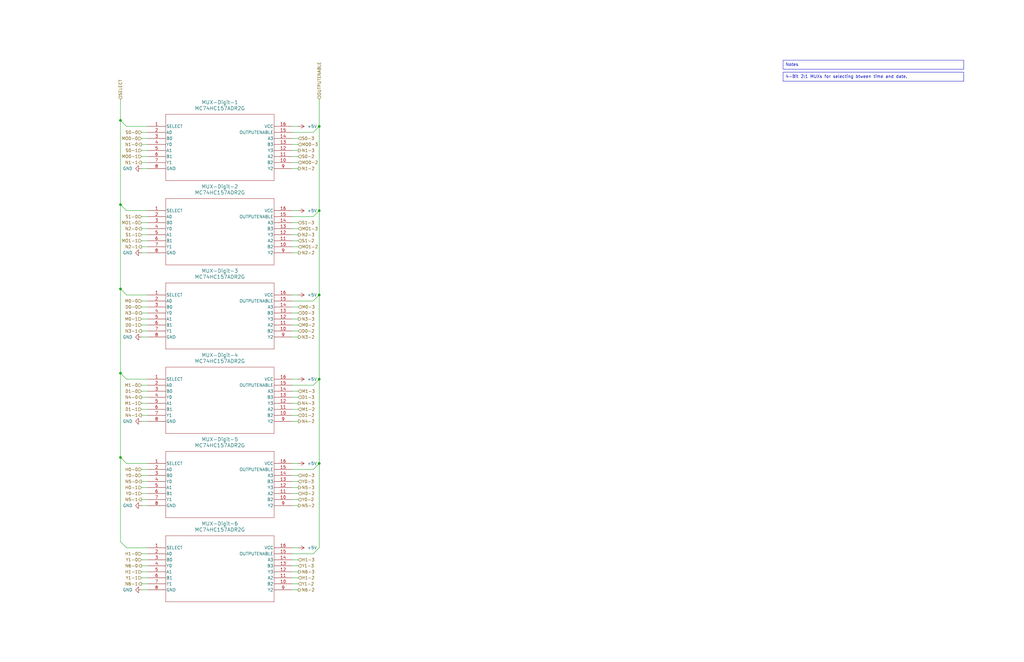
<source format=kicad_sch>
(kicad_sch (version 20250114) (generator "eeschema") (generator_version "9.0")
  (paper "B")
  (title_block (title "Time & Date Swap") (date "2025-11-05") (rev "1"))
  (lib_symbols
    (symbol "MC74HC157ADR2G:MC74HC157ADR2G" (pin_names (offset 0.254))
      (property "Reference" "U" (at 30.48 10.16 0))
      (property "Value" "MC74HC157ADR2G" (at 30.48 7.62 0))
      (symbol "MC74HC157ADR2G_0_1"
        (polyline (pts (xy 7.62 5.08) (xy 7.62 -22.86)) (stroke (width 0.127)))
        (polyline (pts (xy 7.62 -22.86) (xy 53.34 -22.86)) (stroke (width 0.127)))
        (polyline (pts (xy 53.34 5.08) (xy 7.62 5.08)) (stroke (width 0.127)))
        (polyline (pts (xy 53.34 -22.86) (xy 53.34 5.08)) (stroke (width 0.127)))
        (pin input line (at 0 0 0) (length 7.62) (name "SELECT") (number "1"))
        (pin input line (at 0 -2.54 0) (length 7.62) (name "A0") (number "2"))
        (pin input line (at 0 -5.08 0) (length 7.62) (name "B0") (number "3"))
        (pin output line (at 0 -7.62 0) (length 7.62) (name "Y0") (number "4"))
        (pin input line (at 0 -10.16 0) (length 7.62) (name "A1") (number "5"))
        (pin input line (at 0 -12.7 0) (length 7.62) (name "B1") (number "6"))
        (pin output line (at 0 -15.24 0) (length 7.62) (name "Y1") (number "7"))
        (pin power_in line (at 0 -17.78 0) (length 7.62) (name "GND") (number "8"))
        (pin power_in line (at 60.96 0 180) (length 7.62) (name "VCC") (number "16"))
        (pin output line (at 60.96 -2.54 180) (length 7.62) (name "OUTPUTENABLE") (number "15"))
        (pin input line (at 60.96 -5.08 180) (length 7.62) (name "A3") (number "14"))
        (pin input line (at 60.96 -7.62 180) (length 7.62) (name "B3") (number "13"))
        (pin output line (at 60.96 -10.16 180) (length 7.62) (name "Y3") (number "12"))
        (pin input line (at 60.96 -12.7 180) (length 7.62) (name "A2") (number "11"))
        (pin input line (at 60.96 -15.24 180) (length 7.62) (name "B2") (number "10"))
        (pin output line (at 60.96 -17.78 180) (length 7.62) (name "Y2") (number "9"))
      )
    )
    (symbol "power:+5V" (power) (pin_numbers (hide yes)) (pin_names (offset 0) (hide yes))
      (property "Value" "+5V" (at 0 3.556 0))
      (symbol "+5V_0_1"
        (polyline (pts (xy -0.762 1.27) (xy 0 2.54)))
        (polyline (pts (xy 0 2.54) (xy 0.762 1.27)))
        (polyline (pts (xy 0 0) (xy 0 2.54)))
      )
      (symbol "+5V_1_1"
        (pin power_in line (at 0 0 90) (length 0) (name "~") (number "1"))
      )
    )
    (symbol "power:GND" (power) (pin_numbers (hide yes)) (pin_names (offset 0) (hide yes))
      (property "Value" "GND" (at 0 -3.81 0))
      (symbol "GND_0_1"
        (polyline (pts (xy 0 0) (xy 0 -1.27) (xy 1.27 -1.27) (xy 0 -2.54) (xy -1.27 -1.27) (xy 0 -1.27)))
      )
      (symbol "GND_1_1"
        (pin power_in line (at 0 0 270) (length 0) (name "~") (number "1"))
      )
    )
  )
  (rectangle (start 330.2 25.4) (end 406.4 29.21))
  (rectangle (start 330.2 30.48) (end 406.4 34.29))
  (text "Notes" (at 331.216 27.432 0) (effects (font (size 1.27 1.27)) (justify left)))
  (text "4-Bit 2:1 MUXs for selecting btween time and date." (at 331.216 31.75 0) (effects (font (size 1.27 1.27)) (justify left top)))
  (junction (at 134.62 53.34))
  (junction (at 50.8 121.92))
  (junction (at 134.62 160.02))
  (junction (at 50.8 193.04))
  (junction (at 134.62 88.9))
  (junction (at 134.62 124.46))
  (junction (at 50.8 157.48))
  (junction (at 50.8 50.8))
  (junction (at 50.8 86.36))
  (junction (at 134.62 195.58))
  (wire (pts (xy 125.73 137.16) (xy 123.19 137.16)))
  (wire (pts (xy 59.69 236.22) (xy 62.23 236.22)))
  (wire (pts (xy 125.73 129.54) (xy 123.19 129.54)))
  (wire (pts (xy 59.69 142.24) (xy 62.23 142.24)))
  (wire (pts (xy 50.8 157.48) (xy 50.8 193.04)))
  (wire (pts (xy 59.69 200.66) (xy 62.23 200.66)))
  (wire (pts (xy 132.08 162.56) (xy 134.62 160.02)))
  (wire (pts (xy 125.73 96.52) (xy 123.19 96.52)))
  (wire (pts (xy 59.69 175.26) (xy 62.23 175.26)))
  (wire (pts (xy 59.69 93.98) (xy 62.23 93.98)))
  (wire (pts (xy 59.69 170.18) (xy 62.23 170.18)))
  (wire (pts (xy 59.69 58.42) (xy 62.23 58.42)))
  (wire (pts (xy 50.8 41.91) (xy 50.8 50.8)))
  (wire (pts (xy 59.69 172.72) (xy 62.23 172.72)))
  (wire (pts (xy 59.69 127) (xy 62.23 127)))
  (wire (pts (xy 59.69 106.68) (xy 62.23 106.68)))
  (wire (pts (xy 59.69 203.2) (xy 62.23 203.2)))
  (wire (pts (xy 59.69 238.76) (xy 62.23 238.76)))
  (wire (pts (xy 125.73 142.24) (xy 123.19 142.24)))
  (wire (pts (xy 132.08 127) (xy 134.62 124.46)))
  (wire (pts (xy 125.73 200.66) (xy 123.19 200.66)))
  (wire (pts (xy 62.23 231.14) (xy 53.34 231.14)))
  (wire (pts (xy 125.73 160.02) (xy 123.19 160.02)))
  (wire (pts (xy 125.73 248.92) (xy 123.19 248.92)))
  (wire (pts (xy 59.69 129.54) (xy 62.23 129.54)))
  (wire (pts (xy 123.19 233.68) (xy 132.08 233.68)))
  (wire (pts (xy 134.62 160.02) (xy 134.62 195.58)))
  (wire (pts (xy 125.73 66.04) (xy 123.19 66.04)))
  (wire (pts (xy 125.73 243.84) (xy 123.19 243.84)))
  (wire (pts (xy 50.8 50.8) (xy 50.8 86.36)))
  (wire (pts (xy 53.34 88.9) (xy 50.8 86.36)))
  (wire (pts (xy 123.19 55.88) (xy 132.08 55.88)))
  (wire (pts (xy 125.73 58.42) (xy 123.19 58.42)))
  (wire (pts (xy 125.73 63.5) (xy 123.19 63.5)))
  (wire (pts (xy 132.08 233.68) (xy 134.62 231.14)))
  (wire (pts (xy 125.73 93.98) (xy 123.19 93.98)))
  (wire (pts (xy 125.73 53.34) (xy 123.19 53.34)))
  (wire (pts (xy 134.62 41.91) (xy 134.62 53.34)))
  (wire (pts (xy 59.69 99.06) (xy 62.23 99.06)))
  (wire (pts (xy 125.73 172.72) (xy 123.19 172.72)))
  (wire (pts (xy 53.34 124.46) (xy 50.8 121.92)))
  (wire (pts (xy 123.19 198.12) (xy 132.08 198.12)))
  (wire (pts (xy 59.69 104.14) (xy 62.23 104.14)))
  (wire (pts (xy 53.34 231.14) (xy 50.8 228.6)))
  (wire (pts (xy 59.69 213.36) (xy 62.23 213.36)))
  (wire (pts (xy 125.73 71.12) (xy 123.19 71.12)))
  (wire (pts (xy 59.69 243.84) (xy 62.23 243.84)))
  (wire (pts (xy 59.69 165.1) (xy 62.23 165.1)))
  (wire (pts (xy 125.73 236.22) (xy 123.19 236.22)))
  (wire (pts (xy 59.69 139.7) (xy 62.23 139.7)))
  (wire (pts (xy 125.73 99.06) (xy 123.19 99.06)))
  (wire (pts (xy 59.69 241.3) (xy 62.23 241.3)))
  (wire (pts (xy 125.73 106.68) (xy 123.19 106.68)))
  (wire (pts (xy 59.69 101.6) (xy 62.23 101.6)))
  (wire (pts (xy 59.69 55.88) (xy 62.23 55.88)))
  (wire (pts (xy 123.19 162.56) (xy 132.08 162.56)))
  (wire (pts (xy 53.34 195.58) (xy 50.8 193.04)))
  (wire (pts (xy 59.69 177.8) (xy 62.23 177.8)))
  (wire (pts (xy 125.73 208.28) (xy 123.19 208.28)))
  (wire (pts (xy 50.8 121.92) (xy 50.8 157.48)))
  (wire (pts (xy 125.73 195.58) (xy 123.19 195.58)))
  (wire (pts (xy 125.73 231.14) (xy 123.19 231.14)))
  (wire (pts (xy 134.62 53.34) (xy 134.62 88.9)))
  (wire (pts (xy 125.73 246.38) (xy 123.19 246.38)))
  (wire (pts (xy 50.8 86.36) (xy 50.8 121.92)))
  (wire (pts (xy 123.19 91.44) (xy 132.08 91.44)))
  (wire (pts (xy 59.69 233.68) (xy 62.23 233.68)))
  (wire (pts (xy 125.73 132.08) (xy 123.19 132.08)))
  (wire (pts (xy 62.23 124.46) (xy 53.34 124.46)))
  (wire (pts (xy 125.73 238.76) (xy 123.19 238.76)))
  (wire (pts (xy 50.8 193.04) (xy 50.8 228.6)))
  (wire (pts (xy 62.23 160.02) (xy 53.34 160.02)))
  (wire (pts (xy 59.69 66.04) (xy 62.23 66.04)))
  (wire (pts (xy 125.73 165.1) (xy 123.19 165.1)))
  (wire (pts (xy 132.08 55.88) (xy 134.62 53.34)))
  (wire (pts (xy 125.73 104.14) (xy 123.19 104.14)))
  (wire (pts (xy 53.34 160.02) (xy 50.8 157.48)))
  (wire (pts (xy 132.08 91.44) (xy 134.62 88.9)))
  (wire (pts (xy 59.69 132.08) (xy 62.23 132.08)))
  (wire (pts (xy 59.69 246.38) (xy 62.23 246.38)))
  (wire (pts (xy 123.19 127) (xy 132.08 127)))
  (wire (pts (xy 125.73 241.3) (xy 123.19 241.3)))
  (wire (pts (xy 125.73 177.8) (xy 123.19 177.8)))
  (wire (pts (xy 125.73 68.58) (xy 123.19 68.58)))
  (wire (pts (xy 59.69 63.5) (xy 62.23 63.5)))
  (wire (pts (xy 125.73 60.96) (xy 123.19 60.96)))
  (wire (pts (xy 134.62 124.46) (xy 134.62 160.02)))
  (wire (pts (xy 59.69 137.16) (xy 62.23 137.16)))
  (wire (pts (xy 125.73 170.18) (xy 123.19 170.18)))
  (wire (pts (xy 53.34 53.34) (xy 50.8 50.8)))
  (wire (pts (xy 125.73 213.36) (xy 123.19 213.36)))
  (wire (pts (xy 59.69 210.82) (xy 62.23 210.82)))
  (wire (pts (xy 59.69 205.74) (xy 62.23 205.74)))
  (wire (pts (xy 125.73 139.7) (xy 123.19 139.7)))
  (wire (pts (xy 59.69 248.92) (xy 62.23 248.92)))
  (wire (pts (xy 59.69 68.58) (xy 62.23 68.58)))
  (wire (pts (xy 125.73 210.82) (xy 123.19 210.82)))
  (wire (pts (xy 59.69 162.56) (xy 62.23 162.56)))
  (wire (pts (xy 125.73 124.46) (xy 123.19 124.46)))
  (wire (pts (xy 134.62 88.9) (xy 134.62 124.46)))
  (wire (pts (xy 59.69 60.96) (xy 62.23 60.96)))
  (wire (pts (xy 134.62 195.58) (xy 134.62 231.14)))
  (wire (pts (xy 59.69 134.62) (xy 62.23 134.62)))
  (wire (pts (xy 125.73 88.9) (xy 123.19 88.9)))
  (wire (pts (xy 59.69 167.64) (xy 62.23 167.64)))
  (wire (pts (xy 62.23 195.58) (xy 53.34 195.58)))
  (wire (pts (xy 125.73 134.62) (xy 123.19 134.62)))
  (wire (pts (xy 59.69 91.44) (xy 62.23 91.44)))
  (wire (pts (xy 125.73 175.26) (xy 123.19 175.26)))
  (wire (pts (xy 59.69 96.52) (xy 62.23 96.52)))
  (wire (pts (xy 125.73 203.2) (xy 123.19 203.2)))
  (wire (pts (xy 125.73 101.6) (xy 123.19 101.6)))
  (wire (pts (xy 62.23 53.34) (xy 53.34 53.34)))
  (wire (pts (xy 59.69 198.12) (xy 62.23 198.12)))
  (wire (pts (xy 59.69 71.12) (xy 62.23 71.12)))
  (wire (pts (xy 62.23 88.9) (xy 53.34 88.9)))
  (wire (pts (xy 59.69 208.28) (xy 62.23 208.28)))
  (wire (pts (xy 125.73 167.64) (xy 123.19 167.64)))
  (wire (pts (xy 132.08 198.12) (xy 134.62 195.58)))
  (wire (pts (xy 125.73 205.74) (xy 123.19 205.74)))
  (hierarchical_label "H1-1" (shape input) (at 59.69 241.3 180))
  (hierarchical_label "M0-2" (shape input) (at 125.73 137.16 0))
  (hierarchical_label "MO1-2" (shape input) (at 125.73 104.14 0))
  (hierarchical_label "S0-2" (shape input) (at 125.73 66.04 0))
  (hierarchical_label "MO1-3" (shape input) (at 125.73 96.52 0))
  (hierarchical_label "H0-0" (shape input) (at 59.69 198.12 180))
  (hierarchical_label "D1-0" (shape input) (at 59.69 165.1 180))
  (hierarchical_label "S1-1" (shape input) (at 59.69 99.06 180))
  (hierarchical_label "N2-2" (shape output) (at 125.73 106.68 0))
  (hierarchical_label "M0-1" (shape input) (at 59.69 134.62 180))
  (hierarchical_label "S0-1" (shape input) (at 59.69 63.5 180))
  (hierarchical_label "N3-2" (shape output) (at 125.73 142.24 0))
  (hierarchical_label "Y1-3" (shape input) (at 125.73 238.76 0))
  (hierarchical_label "N1-2" (shape output) (at 125.73 71.12 0))
  (hierarchical_label "Y0-3" (shape input) (at 125.73 203.2 0))
  (hierarchical_label "MO1-1" (shape input) (at 59.69 101.6 180))
  (hierarchical_label "N1-1" (shape output) (at 59.69 68.58 180))
  (hierarchical_label "N2-3" (shape output) (at 125.73 99.06 0))
  (hierarchical_label "N1-0" (shape output) (at 59.69 60.96 180))
  (hierarchical_label "D1-2" (shape input) (at 125.73 175.26 0))
  (hierarchical_label "OUTPUTENABLE" (shape input) (at 134.62 41.91 90))
  (hierarchical_label "N6-2" (shape output) (at 125.73 248.92 0))
  (hierarchical_label "D0-2" (shape input) (at 125.73 139.7 0))
  (hierarchical_label "MO0-3" (shape input) (at 125.73 60.96 0))
  (hierarchical_label "N4-0" (shape output) (at 59.69 167.64 180))
  (hierarchical_label "M0-3" (shape input) (at 125.73 129.54 0))
  (hierarchical_label "N2-1" (shape output) (at 59.69 104.14 180))
  (hierarchical_label "H0-3" (shape input) (at 125.73 200.66 0))
  (hierarchical_label "H0-1" (shape input) (at 59.69 205.74 180))
  (hierarchical_label "H0-2" (shape input) (at 125.73 208.28 0))
  (hierarchical_label "H1-3" (shape input) (at 125.73 236.22 0))
  (hierarchical_label "D0-1" (shape input) (at 59.69 137.16 180))
  (hierarchical_label "MO0-2" (shape input) (at 125.73 68.58 0))
  (hierarchical_label "M1-2" (shape input) (at 125.73 172.72 0))
  (hierarchical_label "Y0-1" (shape input) (at 59.69 208.28 180))
  (hierarchical_label "MO0-1" (shape input) (at 59.69 66.04 180))
  (hierarchical_label "N6-1" (shape output) (at 59.69 246.38 180))
  (hierarchical_label "Y1-1" (shape input) (at 59.69 243.84 180))
  (hierarchical_label "N6-0" (shape output) (at 59.69 238.76 180))
  (hierarchical_label "N5-3" (shape output) (at 125.73 205.74 0))
  (hierarchical_label "N5-1" (shape output) (at 59.69 210.82 180))
  (hierarchical_label "M1-0" (shape input) (at 59.69 162.56 180))
  (hierarchical_label "S0-3" (shape input) (at 125.73 58.42 0))
  (hierarchical_label "Y1-2" (shape input) (at 125.73 246.38 0))
  (hierarchical_label "Y1-0" (shape input) (at 59.69 236.22 180))
  (hierarchical_label "S1-2" (shape input) (at 125.73 101.6 0))
  (hierarchical_label "M1-3" (shape input) (at 125.73 165.1 0))
  (hierarchical_label "N1-3" (shape output) (at 125.73 63.5 0))
  (hierarchical_label "N3-0" (shape output) (at 59.69 132.08 180))
  (hierarchical_label "Y0-2" (shape input) (at 125.73 210.82 0))
  (hierarchical_label "M1-1" (shape input) (at 59.69 170.18 180))
  (hierarchical_label "D0-0" (shape input) (at 59.69 129.54 180))
  (hierarchical_label "N6-3" (shape output) (at 125.73 241.3 0))
  (hierarchical_label "N5-0" (shape output) (at 59.69 203.2 180))
  (hierarchical_label "MO1-0" (shape input) (at 59.69 93.98 180))
  (hierarchical_label "S0-0" (shape input) (at 59.69 55.88 180))
  (hierarchical_label "D0-3" (shape input) (at 125.73 132.08 0))
  (hierarchical_label "SELECT" (shape input) (at 50.8 41.91 90))
  (hierarchical_label "MO0-0" (shape input) (at 59.69 58.42 180))
  (hierarchical_label "H1-0" (shape input) (at 59.69 233.68 180))
  (hierarchical_label "N4-1" (shape output) (at 59.69 175.26 180))
  (hierarchical_label "Y0-0" (shape input) (at 59.69 200.66 180))
  (hierarchical_label "N2-0" (shape output) (at 59.69 96.52 180))
  (hierarchical_label "N5-2" (shape output) (at 125.73 213.36 0))
  (hierarchical_label "N3-1" (shape output) (at 59.69 139.7 180))
  (hierarchical_label "N3-3" (shape output) (at 125.73 134.62 0))
  (hierarchical_label "M0-0" (shape input) (at 59.69 127 180))
  (hierarchical_label "S1-0" (shape input) (at 59.69 91.44 180))
  (hierarchical_label "N4-2" (shape output) (at 125.73 177.8 0))
  (hierarchical_label "D1-3" (shape input) (at 125.73 167.64 0))
  (hierarchical_label "D1-1" (shape input) (at 59.69 172.72 180))
  (hierarchical_label "H1-2" (shape input) (at 125.73 243.84 0))
  (hierarchical_label "N4-3" (shape output) (at 125.73 170.18 0))
  (hierarchical_label "S1-3" (shape input) (at 125.73 93.98 0))
  (symbol (lib_id "MC74HC157ADR2G:MC74HC157ADR2G") (at 62.23 160.02 0) (unit 1)
    (property "Reference" "MUX-Digit-4" (at 92.71 149.86 0) (effects (font (size 1.524 1.524))))
    (property "Value" "MC74HC157ADR2G" (at 92.71 152.4 0) (effects (font (size 1.524 1.524))))
    (property "Footprint" "SOIC-16_ONS" (effects (hide yes)))
    (property "Datasheet" "MC74HC157ADR2G" (effects (hide yes)))
  )
  (symbol (lib_id "MC74HC157ADR2G:MC74HC157ADR2G") (at 62.23 124.46 0) (unit 1)
    (property "Reference" "MUX-Digit-3" (at 92.71 114.3 0) (effects (font (size 1.524 1.524))))
    (property "Value" "MC74HC157ADR2G" (at 92.71 116.84 0) (effects (font (size 1.524 1.524))))
    (property "Footprint" "SOIC-16_ONS" (effects (hide yes)))
    (property "Datasheet" "MC74HC157ADR2G" (effects (hide yes)))
  )
  (symbol (lib_id "power:GND") (at 59.69 106.68 270) (unit 1)
    (property "Reference" "#PWR050" (effects (hide yes)))
    (property "Value" "GND" (at 55.88 106.6799 90) (effects (justify right)))
    (property "Description" "Power symbol creates a global label with name \"GND\" , ground" (effects (hide yes)))
  )
  (symbol (lib_id "power:+5V") (at 125.73 124.46 270) (unit 1)
    (property "Reference" "#PWR054" (effects (hide yes)))
    (property "Value" "+5V" (at 129.54 124.4599 90) (effects (justify left)))
    (property "Description" "Power symbol creates a global label with name \"+5V\"" (effects (hide yes)))
  )
  (symbol (lib_id "MC74HC157ADR2G:MC74HC157ADR2G") (at 62.23 53.34 0) (unit 1)
    (property "Reference" "MUX-Digit-1" (at 92.71 43.18 0) (effects (font (size 1.524 1.524))))
    (property "Value" "MC74HC157ADR2G" (at 92.71 45.72 0) (effects (font (size 1.524 1.524))))
    (property "Footprint" "SOIC-16_ONS" (effects (hide yes)))
    (property "Datasheet" "MC74HC157ADR2G" (effects (hide yes)))
  )
  (symbol (lib_id "power:GND") (at 59.69 142.24 270) (unit 1)
    (property "Reference" "#PWR052" (effects (hide yes)))
    (property "Value" "GND" (at 55.88 142.2399 90) (effects (justify right)))
    (property "Description" "Power symbol creates a global label with name \"GND\" , ground" (effects (hide yes)))
  )
  (symbol (lib_id "power:+5V") (at 125.73 160.02 270) (unit 1)
    (property "Reference" "#PWR055" (effects (hide yes)))
    (property "Value" "+5V" (at 129.54 160.0199 90) (effects (justify left)))
    (property "Description" "Power symbol creates a global label with name \"+5V\"" (effects (hide yes)))
  )
  (symbol (lib_id "power:GND") (at 59.69 71.12 270) (unit 1)
    (property "Reference" "#PWR046" (effects (hide yes)))
    (property "Value" "GND" (at 55.88 71.1199 90) (effects (justify right)))
    (property "Description" "Power symbol creates a global label with name \"GND\" , ground" (effects (hide yes)))
  )
  (symbol (lib_id "power:GND") (at 59.69 177.8 270) (unit 1)
    (property "Reference" "#PWR053" (effects (hide yes)))
    (property "Value" "GND" (at 55.88 177.7999 90) (effects (justify right)))
    (property "Description" "Power symbol creates a global label with name \"GND\" , ground" (effects (hide yes)))
  )
  (symbol (lib_id "power:+5V") (at 125.73 195.58 270) (unit 1)
    (property "Reference" "#PWR058" (effects (hide yes)))
    (property "Value" "+5V" (at 129.54 195.5799 90) (effects (justify left)))
    (property "Description" "Power symbol creates a global label with name \"+5V\"" (effects (hide yes)))
  )
  (symbol (lib_id "power:GND") (at 59.69 248.92 270) (unit 1)
    (property "Reference" "#PWR057" (effects (hide yes)))
    (property "Value" "GND" (at 55.88 248.9199 90) (effects (justify right)))
    (property "Description" "Power symbol creates a global label with name \"GND\" , ground" (effects (hide yes)))
  )
  (symbol (lib_id "power:GND") (at 59.69 213.36 270) (unit 1)
    (property "Reference" "#PWR056" (effects (hide yes)))
    (property "Value" "GND" (at 55.88 213.3599 90) (effects (justify right)))
    (property "Description" "Power symbol creates a global label with name \"GND\" , ground" (effects (hide yes)))
  )
  (symbol (lib_id "power:+5V") (at 125.73 231.14 270) (unit 1)
    (property "Reference" "#PWR059" (effects (hide yes)))
    (property "Value" "+5V" (at 129.54 231.1399 90) (effects (justify left)))
    (property "Description" "Power symbol creates a global label with name \"+5V\"" (effects (hide yes)))
  )
  (symbol (lib_id "MC74HC157ADR2G:MC74HC157ADR2G") (at 62.23 231.14 0) (unit 1)
    (property "Reference" "MUX-Digit-6" (at 92.71 220.98 0) (effects (font (size 1.524 1.524))))
    (property "Value" "MC74HC157ADR2G" (at 92.71 223.52 0) (effects (font (size 1.524 1.524))))
    (property "Footprint" "SOIC-16_ONS" (effects (hide yes)))
    (property "Datasheet" "MC74HC157ADR2G" (effects (hide yes)))
  )
  (symbol (lib_id "power:+5V") (at 125.73 88.9 270) (unit 1)
    (property "Reference" "#PWR051" (effects (hide yes)))
    (property "Value" "+5V" (at 129.54 88.8999 90) (effects (justify left)))
    (property "Description" "Power symbol creates a global label with name \"+5V\"" (effects (hide yes)))
  )
  (symbol (lib_id "power:+5V") (at 125.73 53.34 270) (unit 1)
    (property "Reference" "#PWR045" (effects (hide yes)))
    (property "Value" "+5V" (at 129.54 53.3399 90) (effects (justify left)))
    (property "Description" "Power symbol creates a global label with name \"+5V\"" (effects (hide yes)))
  )
  (symbol (lib_id "MC74HC157ADR2G:MC74HC157ADR2G") (at 62.23 88.9 0) (unit 1)
    (property "Reference" "MUX-Digit-2" (at 92.71 78.74 0) (effects (font (size 1.524 1.524))))
    (property "Value" "MC74HC157ADR2G" (at 92.71 81.28 0) (effects (font (size 1.524 1.524))))
    (property "Footprint" "SOIC-16_ONS" (effects (hide yes)))
    (property "Datasheet" "MC74HC157ADR2G" (effects (hide yes)))
  )
  (symbol (lib_id "MC74HC157ADR2G:MC74HC157ADR2G") (at 62.23 195.58 0) (unit 1)
    (property "Reference" "MUX-Digit-5" (at 92.71 185.42 0) (effects (font (size 1.524 1.524))))
    (property "Value" "MC74HC157ADR2G" (at 92.71 187.96 0) (effects (font (size 1.524 1.524))))
    (property "Footprint" "SOIC-16_ONS" (effects (hide yes)))
    (property "Datasheet" "MC74HC157ADR2G" (effects (hide yes)))
  )
)
</source>
